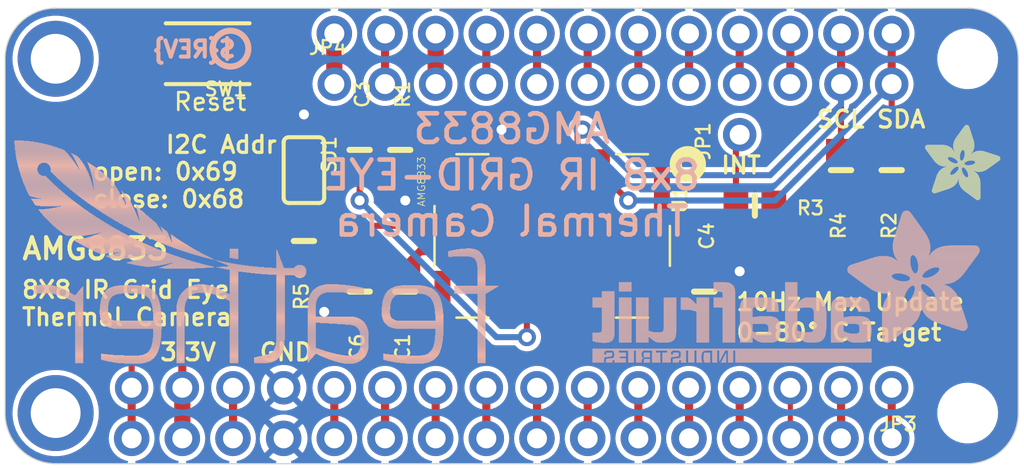
<source format=kicad_pcb>
(kicad_pcb (version 20221018) (generator pcbnew)
  (layers (0 "F.Cu" signal) (31 "B.Cu" signal) (34 "B.Paste" user) (35 "F.Paste" user) (36 "B.SilkS" user "B.Silkscreen") (37 "F.SilkS" user "F.Silkscreen") (38 "B.Mask" user) (39 "F.Mask" user) (44 "Edge.Cuts" user))
  (net 0 "")
  (net 1 "GND")
  (net 2 "SCL")
  (net 3 "SDA")
  (net 4 "G")
  (net 5 "TX")
  (net 6 "RX")
  (net 7 "MISO")
  (net 8 "MOSI")
  (net 9 "SCK")
  (net 10 "F")
  (net 11 "E")
  (net 12 "D")
  (net 13 "C")
  (net 14 "B")
  (net 15 "A")
  (net 16 "AREF")
  (net 17 "VBAT")
  (net 18 "EN")
  (net 19 "USB")
  (net 20 "N")
  (net 21 "M")
  (net 22 "L")
  (net 23 "K")
  (net 24 "J")
  (net 25 "I")
  (net 26 "H")
  (net 27 "RESET")
  (net 28 "INT")
  (net 29 "N$2")
  (net 30 "AVDD-PC1")
  (net 31 "N$4")
  (net 32 "DVDD-PC1")
  (net 33 "VCC")
  (footprint "working:FEATHERWING" (layer "F.Cu") (at 123.1011 116.4336)
    (fp_text reference "MS1" hide)
    (fp_text value "FEATHERWING" hide)
    (fp_line (start 0 -20.32) (end 0 -2.54) (stroke (width 0.05)) (layer "Edge.Cuts"))
    (fp_line (start 2.54 0) (end 48.26 0) (stroke (width 0.05)) (layer "Edge.Cuts"))
    (fp_line (start 48.26 -22.86) (end 2.54 -22.86) (stroke (width 0.05)) (layer "Edge.Cuts"))
    (fp_line (start 50.8 -2.54) (end 50.8 -20.32) (stroke (width 0.05)) (layer "Edge.Cuts"))
    (fp_arc (start 0 -20.32) (mid 0.743949 -22.116051) (end 2.54 -22.86) (stroke (width 0.05)) (layer "Edge.Cuts"))
    (fp_arc (start 2.54 0) (mid 0.743949 -0.743949) (end 0 -2.54) (stroke (width 0.05)) (layer "Edge.Cuts"))
    (fp_arc (start 48.26 -22.86) (mid 50.056051 -22.116051) (end 50.8 -20.32) (stroke (width 0.05)) (layer "Edge.Cuts"))
    (fp_arc (start 50.8 -2.54) (mid 50.056051 -0.743949) (end 48.26 0) (stroke (width 0.05)) (layer "Edge.Cuts"))
    (pad "" np_thru_hole circle (at 48.26 -20.32) (size 2.54 2.54) (drill 2.54) (layers "*.Cu" "*.Mask"))
    (pad "" np_thru_hole circle (at 48.26 -2.54) (size 2.54 2.54) (drill 2.54) (layers "*.Cu" "*.Mask"))
    (pad "1" thru_hole circle (at 6.35 -1.27) (size 1.778 1.778) (drill 1) (layers "*.Cu" "*.Mask") (net 27 "RESET"))
    (pad "2" thru_hole circle (at 8.89 -1.27) (size 1.778 1.778) (drill 1) (layers "*.Cu" "*.Mask") (net 33 "VCC"))
    (pad "3" thru_hole circle (at 11.43 -1.27) (size 1.778 1.778) (drill 1) (layers "*.Cu" "*.Mask") (net 16 "AREF"))
    (pad "4" thru_hole circle (at 13.97 -1.27) (size 1.778 1.778) (drill 1) (layers "*.Cu" "*.Mask") (net 1 "GND"))
    (pad "5" thru_hole circle (at 16.51 -1.27) (size 1.778 1.778) (drill 1) (layers "*.Cu" "*.Mask") (net 15 "A"))
    (pad "6" thru_hole circle (at 19.05 -1.27) (size 1.778 1.778) (drill 1) (layers "*.Cu" "*.Mask") (net 14 "B"))
    (pad "7" thru_hole circle (at 21.59 -1.27) (size 1.778 1.778) (drill 1) (layers "*.Cu" "*.Mask") (net 13 "C"))
    (pad "8" thru_hole circle (at 24.13 -1.27) (size 1.778 1.778) (drill 1) (layers "*.Cu" "*.Mask") (net 12 "D"))
    (pad "9" thru_hole circle (at 26.67 -1.27) (size 1.778 1.778) (drill 1) (layers "*.Cu" "*.Mask") (net 11 "E"))
    (pad "10" thru_hole circle (at 29.21 -1.27) (size 1.778 1.778) (drill 1) (layers "*.Cu" "*.Mask") (net 10 "F"))
    (pad "11" thru_hole circle (at 31.75 -1.27) (size 1.778 1.778) (drill 1) (layers "*.Cu" "*.Mask") (net 9 "SCK"))
    (pad "12" thru_hole circle (at 34.29 -1.27) (size 1.778 1.778) (drill 1) (layers "*.Cu" "*.Mask") (net 8 "MOSI"))
    (pad "13" thru_hole circle (at 36.83 -1.27) (size 1.778 1.778) (drill 1) (layers "*.Cu" "*.Mask") (net 7 "MISO"))
    (pad "14" thru_hole circle (at 39.37 -1.27) (size 1.778 1.778) (drill 1) (layers "*.Cu" "*.Mask") (net 6 "RX"))
    (pad "15" thru_hole circle (at 41.91 -1.27) (size 1.778 1.778) (drill 1) (layers "*.Cu" "*.Mask") (net 5 "TX"))
    (pad "16" thru_hole circle (at 44.45 -1.27) (size 1.778 1.778) (drill 1) (layers "*.Cu" "*.Mask") (net 4 "G"))
    (pad "17" thru_hole circle (at 44.45 -21.59) (size 1.778 1.778) (drill 1) (layers "*.Cu" "*.Mask") (net 3 "SDA"))
    (pad "18" thru_hole circle (at 41.91 -21.59) (size 1.778 1.778) (drill 1) (layers "*.Cu" "*.Mask") (net 2 "SCL"))
    (pad "19" thru_hole circle (at 39.37 -21.59) (size 1.778 1.778) (drill 1) (layers "*.Cu" "*.Mask") (net 26 "H"))
    (pad "20" thru_hole circle (at 36.83 -21.59) (size 1.778 1.778) (drill 1) (layers "*.Cu" "*.Mask") (net 25 "I"))
    (pad "21" thru_hole circle (at 34.29 -21.59) (size 1.778 1.778) (drill 1) (layers "*.Cu" "*.Mask") (net 24 "J"))
    (pad "22" thru_hole circle (at 31.75 -21.59) (size 1.778 1.778) (drill 1) (layers "*.Cu" "*.Mask") (net 23 "K"))
    (pad "23" thru_hole circle (at 29.21 -21.59) (size 1.778 1.778) (drill 1) (layers "*.Cu" "*.Mask") (net 22 "L"))
    (pad "24" thru_hole circle (at 26.67 -21.59) (size 1.778 1.778) (drill 1) (layers "*.Cu" "*.Mask") (net 21 "M"))
    (pad "25" thru_hole circle (at 24.13 -21.59) (size 1.778 1.778) (drill 1) (layers "*.Cu" "*.Mask") (net 20 "N"))
    (pad "26" thru_hole circle (at 21.59 -21.59) (size 1.778 1.778) (drill 1) (layers "*.Cu" "*.Mask") (net 19 "USB"))
    (pad "27" thru_hole circle (at 19.05 -21.59) (size 1.778 1.778) (drill 1) (layers "*.Cu" "*.Mask") (net 18 "EN"))
    (pad "28" thru_hole circle (at 16.51 -21.59) (size 1.778 1.778) (drill 1) (layers "*.Cu" "*.Mask") (net 17 "VBAT"))
    (pad "P$1" thru_hole circle (at 2.54 -20.32) (size 3.81 3.81) (drill 2.5) (layers "*.Cu" "*.Mask"))
    (pad "P$2" thru_hole circle (at 2.54 -2.54) (size 3.81 3.81) (drill 2.5) (layers "*.Cu" "*.Mask"))
  )
  (footprint "working:0805-NO" (layer "F.Cu") (at 140.8811 100.6856 90)
    (fp_text reference "C3" (at 2.032 0.127 90) (layer "F.SilkS") (effects (font (size 0.692831 0.692831) (thickness 0.119969)) (justify left)))
    (fp_text value "1uF")
    (pad "1" smd rect (at -0.95 0 90) (size 1.24 1.5) (layers "F.Cu" "F.Paste" "F.Mask") (net 30 "AVDD-PC1"))
    (pad "2" smd rect (at 0.95 0 90) (size 1.24 1.5) (layers "F.Cu" "F.Paste" "F.Mask") (net 31 "N$4"))
  )
  (footprint "working:0805-NO" (layer "F.Cu") (at 138.0871 105.2576 -90)
    (fp_text reference "R5" (at 2.032 0.127 90) (layer "F.SilkS") (effects (font (size 0.692831 0.692831) (thickness 0.119969)) (justify right)))
    (fp_text value "10K")
    (pad "1" smd rect (at -0.95 0 270) (size 1.24 1.5) (layers "F.Cu" "F.Paste" "F.Mask") (net 29 "N$2"))
    (pad "2" smd rect (at 0.95 0 270) (size 1.24 1.5) (layers "F.Cu" "F.Paste" "F.Mask") (net 33 "VCC"))
  )
  (footprint "working:1X16_ROUND" (layer "F.Cu") (at 148.5011 112.6236 180)
    (fp_text reference "JP3" (at -20.3962 -1.8288) (layer "F.SilkS") (effects (font (size 0.692831 0.692831) (thickness 0.119969)) (justify right)))
    (fp_text value "")
    (pad "1" thru_hole circle (at -19.05 0 270) (size 1.6764 1.6764) (drill 1) (layers "*.Cu" "*.Mask") (net 4 "G"))
    (pad "2" thru_hole circle (at -16.51 0 270) (size 1.6764 1.6764) (drill 1) (layers "*.Cu" "*.Mask") (net 5 "TX"))
    (pad "3" thru_hole circle (at -13.97 0 270) (size 1.6764 1.6764) (drill 1) (layers "*.Cu" "*.Mask") (net 6 "RX"))
    (pad "4" thru_hole circle (at -11.43 0 270) (size 1.6764 1.6764) (drill 1) (layers "*.Cu" "*.Mask") (net 7 "MISO"))
    (pad "5" thru_hole circle (at -8.89 0 270) (size 1.6764 1.6764) (drill 1) (layers "*.Cu" "*.Mask") (net 8 "MOSI"))
    (pad "6" thru_hole circle (at -6.35 0 270) (size 1.6764 1.6764) (drill 1) (layers "*.Cu" "*.Mask") (net 9 "SCK"))
    (pad "7" thru_hole circle (at -3.81 0 270) (size 1.6764 1.6764) (drill 1) (layers "*.Cu" "*.Mask") (net 10 "F"))
    (pad "8" thru_hole circle (at -1.27 0 270) (size 1.6764 1.6764) (drill 1) (layers "*.Cu" "*.Mask") (net 11 "E"))
    (pad "9" thru_hole circle (at 1.27 0 270) (size 1.6764 1.6764) (drill 1) (layers "*.Cu" "*.Mask") (net 12 "D"))
    (pad "10" thru_hole circle (at 3.81 0 270) (size 1.6764 1.6764) (drill 1) (layers "*.Cu" "*.Mask") (net 13 "C"))
    (pad "11" thru_hole circle (at 6.35 0 270) (size 1.6764 1.6764) (drill 1) (layers "*.Cu" "*.Mask") (net 14 "B"))
    (pad "12" thru_hole circle (at 8.89 0 270) (size 1.6764 1.6764) (drill 1) (layers "*.Cu" "*.Mask") (net 15 "A"))
    (pad "13" thru_hole circle (at 11.43 0 270) (size 1.6764 1.6764) (drill 1) (layers "*.Cu" "*.Mask") (net 1 "GND"))
    (pad "14" thru_hole circle (at 13.97 0 270) (size 1.6764 1.6764) (drill 1) (layers "*.Cu" "*.Mask") (net 16 "AREF"))
    (pad "15" thru_hole circle (at 16.51 0 270) (size 1.6764 1.6764) (drill 1) (layers "*.Cu" "*.Mask") (net 33 "VCC"))
    (pad "16" thru_hole circle (at 19.05 0 270) (size 1.6764 1.6764) (drill 1) (layers "*.Cu" "*.Mask") (net 27 "RESET"))
  )
  (footprint "working:0805-NO" (layer "F.Cu") (at 160.6931 103.4796)
    (fp_text reference "R3" (at 2.032 0.127) (layer "F.SilkS") (effects (font (size 0.692831 0.692831) (thickness 0.119969)) (justify left)))
    (fp_text value "10K")
    (pad "1" smd rect (at -0.95 0) (size 1.24 1.5) (layers "F.Cu" "F.Paste" "F.Mask") (net 28 "INT"))
    (pad "2" smd rect (at 0.95 0) (size 1.24 1.5) (layers "F.Cu" "F.Paste" "F.Mask") (net 33 "VCC"))
  )
  (footprint "working:1X12_ROUND" (layer "F.Cu") (at 153.5811 97.3836)
    (fp_text reference "JP4" (at -15.3162 -1.8288) (layer "F.SilkS") (effects (font (size 0.692831 0.692831) (thickness 0.119969)) (justify left)))
    (fp_text value "")
    (pad "1" thru_hole circle (at -13.97 0 90) (size 1.6764 1.6764) (drill 1) (layers "*.Cu" "*.Mask") (net 17 "VBAT"))
    (pad "2" thru_hole circle (at -11.43 0 90) (size 1.6764 1.6764) (drill 1) (layers "*.Cu" "*.Mask") (net 18 "EN"))
    (pad "3" thru_hole circle (at -8.89 0 90) (size 1.6764 1.6764) (drill 1) (layers "*.Cu" "*.Mask") (net 19 "USB"))
    (pad "4" thru_hole circle (at -6.35 0 90) (size 1.6764 1.6764) (drill 1) (layers "*.Cu" "*.Mask") (net 20 "N"))
    (pad "5" thru_hole circle (at -3.81 0 90) (size 1.6764 1.6764) (drill 1) (layers "*.Cu" "*.Mask") (net 21 "M"))
    (pad "6" thru_hole circle (at -1.27 0 90) (size 1.6764 1.6764) (drill 1) (layers "*.Cu" "*.Mask") (net 22 "L"))
    (pad "7" thru_hole circle (at 1.27 0 90) (size 1.6764 1.6764) (drill 1) (layers "*.Cu" "*.Mask") (net 23 "K"))
    (pad "8" thru_hole circle (at 3.81 0 90) (size 1.6764 1.6764) (drill 1) (layers "*.Cu" "*.Mask") (net 24 "J"))
    (pad "9" thru_hole circle (at 6.35 0 90) (size 1.6764 1.6764) (drill 1) (layers "*.Cu" "*.Mask") (net 25 "I"))
    (pad "10" thru_hole circle (at 8.89 0 90) (size 1.6764 1.6764) (drill 1) (layers "*.Cu" "*.Mask") (net 26 "H"))
    (pad "11" thru_hole circle (at 11.43 0 90) (size 1.6764 1.6764) (drill 1) (layers "*.Cu" "*.Mask") (net 2 "SCL"))
    (pad "12" thru_hole circle (at 13.97 0 90) (size 1.6764 1.6764) (drill 1) (layers "*.Cu" "*.Mask") (net 3 "SDA"))
  )
  (footprint "working:ADAFRUIT_3.5MM" (layer "F.Cu") (at 169.2021 103.2256)
    (fp_text reference "U$14" hide)
    (fp_text value "" hide)
  )
  (footprint "working:SOLDERJUMPER_ARROW_NOPASTE" (layer "F.Cu") (at 138.0871 101.7016 -90)
    (fp_text reference "SJ1" (at -1.778 -1.27 90) (layer "F.SilkS") (effects (font (size 0.692831 0.692831) (thickness 0.119969)) (justify right)))
    (fp_text value "ADDR")
    (fp_poly (pts (xy 0.201021 0) (xy -0.560979 0.762) (xy -1.1684 0.762) (xy -1.1684 -0.762) (xy -0.560979 -0.762)) (fill solid) (layer "F.Cu"))
    (fp_poly (pts (xy 1.1684 0.762) (xy -0.186831 0.762) (xy 0.548892 0) (xy -0.186831 -0.762) (xy 1.1684 -0.762)) (fill solid) (layer "F.Cu"))
    (pad "1" smd roundrect (at -1.016 0 270) (size 0.762 1.524) (layers "F.Cu") (net 1 "GND"))
    (pad "2" smd roundrect (at 1.016 0 270) (size 0.762 1.524) (layers "F.Cu") (net 29 "N$2"))
  )
  (footprint "working:FIDUCIAL_1MM" (layer "F.Cu") (at 128.5471 98.3046)
    (fp_text reference "FID1" hide)
    (fp_text value "FIDUCIAL\"\"" hide)
    (pad "1" smd roundrect (at 0 0) (size 1 1) (layers "F.Cu" "F.Mask") (roundrect_rratio 0.5))
  )
  (footprint "working:0805-NO" (layer "F.Cu") (at 165.0111 101.7016 -90)
    (fp_text reference "R4" (at 2.032 0.127 90) (layer "F.SilkS") (effects (font (size 0.692831 0.692831) (thickness 0.119969)) (justify right)))
    (fp_text value "10K")
    (pad "1" smd rect (at -0.95 0 270) (size 1.24 1.5) (layers "F.Cu" "F.Paste" "F.Mask") (net 2 "SCL"))
    (pad "2" smd rect (at 0.95 0 270) (size 1.24 1.5) (layers "F.Cu" "F.Paste" "F.Mask") (net 33 "VCC"))
  )
  (footprint "working:0805-NO" (layer "F.Cu") (at 158.1531 107.7976 90)
    (fp_text reference "C4" (at 2.032 0.127 90) (layer "F.SilkS") (effects (font (size 0.692831 0.692831) (thickness 0.119969)) (justify left)))
    (fp_text value "2.2uF")
    (pad "1" smd rect (at -0.95 0 90) (size 1.24 1.5) (layers "F.Cu" "F.Paste" "F.Mask") (net 32 "DVDD-PC1"))
    (pad "2" smd rect (at 0.95 0 90) (size 1.24 1.5) (layers "F.Cu" "F.Paste" "F.Mask") (net 1 "GND"))
  )
  (footprint "working:0805-NO" (layer "F.Cu") (at 143.1671 107.7976 -90)
    (fp_text reference "C1" (at 2.032 0.127 90) (layer "F.SilkS") (effects (font (size 0.692831 0.692831) (thickness 0.119969)) (justify right)))
    (fp_text value "10uF")
    (pad "1" smd rect (at -0.95 0 270) (size 1.24 1.5) (layers "F.Cu" "F.Paste" "F.Mask") (net 33 "VCC"))
    (pad "2" smd rect (at 0.95 0 270) (size 1.24 1.5) (layers "F.Cu" "F.Paste" "F.Mask") (net 1 "GND"))
  )
  (footprint "working:FIDUCIAL_1MM" (layer "F.Cu") (at 172.6301 111.3806)
    (fp_text reference "FID2" hide)
    (fp_text value "FIDUCIAL\"\"" hide)
    (pad "1" smd roundrect (at 0 0) (size 1 1) (layers "F.Cu" "F.Mask") (roundrect_rratio 0.5))
  )
  (footprint "working:0805-NO" (layer "F.Cu") (at 142.9131 100.6856 90)
    (fp_text reference "R1" (at 2.032 0.127 90) (layer "F.SilkS") (effects (font (size 0.692831 0.692831) (thickness 0.119969)) (justify left)))
    (fp_text value "22 1%")
    (pad "1" smd rect (at -0.95 0 90) (size 1.24 1.5) (layers "F.Cu" "F.Paste" "F.Mask") (net 1 "GND"))
    (pad "2" smd rect (at 0.95 0 90) (size 1.24 1.5) (layers "F.Cu" "F.Paste" "F.Mask") (net 31 "N$4"))
  )
  (footprint "working:1X01_ROUND" (layer "F.Cu") (at 159.9311 99.9236 90)
    (fp_text reference "JP1" (at -1.3462 -1.8288 90) (layer "F.SilkS") (effects (font (size 0.692831 0.692831) (thickness 0.119969)) (justify left)))
    (fp_text value "")
    (pad "1" thru_hole circle (at 0 0 180) (size 1.6764 1.6764) (drill 1) (layers "*.Cu" "*.Mask") (net 28 "INT"))
  )
  (footprint "working:0805-NO" (layer "F.Cu") (at 140.8811 107.7976 -90)
    (fp_text reference "C6" (at 2.032 0.127 90) (layer "F.SilkS") (effects (font (size 0.692831 0.692831) (thickness 0.119969)) (justify right)))
    (fp_text value "0.1uF")
    (pad "1" smd rect (at -0.95 0 270) (size 1.24 1.5) (layers "F.Cu" "F.Paste" "F.Mask") (net 33 "VCC"))
    (pad "2" smd rect (at 0.95 0 270) (size 1.24 1.5) (layers "F.Cu" "F.Paste" "F.Mask") (net 1 "GND"))
  )
  (footprint "working:BTN_KMR2_4.6X2.8" (layer "F.Cu") (at 133.2611 95.8596 180)
    (fp_text reference "SW1" (at -2.032 -1.778) (layer "F.SilkS") (effects (font (size 0.692831 0.692831) (thickness 0.119969)) (justify right)))
    (fp_text value "")
    (pad "A" smd rect (at 2.05 -0.8 180) (size 0.9 1) (layers "F.Cu" "F.Paste" "F.Mask") (net 1 "GND"))
    (pad "A'" smd rect (at -2.05 -0.8 180) (size 0.9 1) (layers "F.Cu" "F.Paste" "F.Mask") (net 1 "GND"))
    (pad "B" smd rect (at 2.05 0.8 180) (size 0.9 1) (layers "F.Cu" "F.Paste" "F.Mask") (net 27 "RESET"))
    (pad "B'" smd rect (at -2.05 0.8 180) (size 0.9 1) (layers "F.Cu" "F.Paste" "F.Mask") (net 27 "RESET"))
  )
  (footprint "working:0805-NO" (layer "F.Cu") (at 167.5511 101.7016 -90)
    (fp_text reference "R2" (at 2.032 0.127 90) (layer "F.SilkS") (effects (font (size 0.692831 0.692831) (thickness 0.119969)) (justify right)))
    (fp_text value "10K")
    (pad "1" smd rect (at -0.95 0 270) (size 1.24 1.5) (layers "F.Cu" "F.Paste" "F.Mask") (net 3 "SDA"))
    (pad "2" smd rect (at 0.95 0 270) (size 1.24 1.5) (layers "F.Cu" "F.Paste" "F.Mask") (net 33 "VCC"))
  )
  (footprint "working:AMG8833" (layer "F.Cu") (at 150.5331 105.0036 180)
    (fp_text reference "U1" (at -6.4 2.6 90) (layer "F.SilkS") (effects (font (size 0.692831 0.692831) (thickness 0.119969)) (justify right)))
    (fp_text value "AMG8833" (at 6.554 4.013 90) (layer "F.SilkS") (effects (font (size 0.369824 0.369824) (thickness 0.036576)) (justify right)))
    (pad "1" smd rect (at -5.5 2.55 270) (size 3.6 0.8) (layers "F.Cu" "F.Paste" "F.Mask"))
    (pad "2" smd rect (at -2.54 3.05 270) (size 2.6 0.7) (layers "F.Cu" "F.Paste" "F.Mask") (net 3 "SDA"))
    (pad "3" smd rect (at -1.27 3.05 270) (size 2.6 0.7) (layers "F.Cu" "F.Paste" "F.Mask") (net 2 "SCL"))
    (pad "4" smd rect (at 0 3.05 270) (size 2.6 0.7) (layers "F.Cu" "F.Paste" "F.Mask") (net 28 "INT"))
    (pad "5" smd rect (at 1.27 3.05 270) (size 2.6 0.7) (layers "F.Cu" "F.Paste" "F.Mask") (net 29 "N$2"))
    (pad "6" smd rect (at 2.54 3.05 270) (size 2.6 0.7) (layers "F.Cu" "F.Paste" "F.Mask") (net 1 "GND"))
    (pad "7" smd rect (at 5.5 3.05 270) (size 2.6 0.8) (layers "F.Cu" "F.Paste" "F.Mask"))
    (pad "8" smd rect (at 5.5 -3.05 270) (size 2.6 0.8) (layers "F.Cu" "F.Paste" "F.Mask"))
    (pad "9" smd rect (at 2.54 -3.05 270) (size 2.6 0.7) (layers "F.Cu" "F.Paste" "F.Mask") (net 33 "VCC"))
    (pad "10" smd rect (at 1.27 -3.05 270) (size 2.6 0.7) (layers "F.Cu" "F.Paste" "F.Mask") (net 30 "AVDD-PC1"))
    (pad "11" smd rect (at 0 -3.05 270) (size 2.6 0.7) (layers "F.Cu" "F.Paste" "F.Mask"))
    (pad "12" smd rect (at -1.27 -3.05 270) (size 2.6 0.7) (layers "F.Cu" "F.Paste" "F.Mask") (net 32 "DVDD-PC1"))
    (pad "13" smd rect (at -2.54 -3.05 270) (size 2.6 0.7) (layers "F.Cu" "F.Paste" "F.Mask") (net 33 "VCC"))
    (pad "14" smd rect (at -5.5 -3.05 270) (size 2.6 0.8) (layers "F.Cu" "F.Paste" "F.Mask"))
  )
  (footprint "working:FEATHERLOGO" (layer "B.Cu") (at 147.8661 111.4806 180)
    (fp_text reference "U$15" hide)
    (fp_text value "" hide)
  )
  (footprint "working:PCBFEAT-REV-040" (layer "B.Cu") (at 134.4041 95.6056 180)
    (fp_text reference "U$16" hide)
    (fp_text value "" hide)
    (fp_text user "${REV}" (at -0.3556 -0.508) (layer "B.SilkS") (effects (font (size 0.8128 0.8128) (thickness 0.2032)) (justify left bottom mirror)))
  )
  (footprint "working:ADAFRUIT_TEXT_20MM" (layer "B.Cu") (at 172.1231 111.3536 180)
    (fp_text reference "U$2" hide)
    (fp_text value "" hide)
  )
  (gr_line (start 123.1011 113.8936) (end 123.1011 96.1136) (stroke (width 0.05)) (layer "Edge.Cuts"))
  (gr_arc (start 171.3611 93.5736) (mid 173.157151 94.317549) (end 173.9011 96.1136) (stroke (width 0.05)) (layer "Edge.Cuts"))
  (gr_arc (start 125.6411 116.4336) (mid 123.845049 115.689651) (end 123.1011 113.8936) (stroke (width 0.05)) (layer "Edge.Cuts"))
  (gr_arc (start 123.1011 96.1136) (mid 123.845049 94.317549) (end 125.6411 93.5736) (stroke (width 0.05)) (layer "Edge.Cuts"))
  (gr_line (start 171.3611 116.4336) (end 125.6411 116.4336) (stroke (width 0.05)) (layer "Edge.Cuts"))
  (gr_line (start 173.9011 96.1136) (end 173.9011 113.8936) (stroke (width 0.05)) (layer "Edge.Cuts"))
  (gr_arc (start 173.9011 113.8936) (mid 173.157151 115.689651) (end 171.3611 116.4336) (stroke (width 0.05)) (layer "Edge.Cuts"))
  (gr_text "AMG8833\n8x8 IR GRID-EYE\nThermal Camera" (at 148.5011 101.9556) (layer "B.SilkS") (effects (font (size 1.441704 1.441704) (thickness 0.234696)) (justify mirror)))
  (gr_text "8X8 IR Grid Eye\nThermal Camera" (at 123.8631 109.5756) (layer "F.SilkS") (effects (font (size 0.85344 0.85344) (thickness 0.16256)) (justify left bottom)))
  (gr_text "INT" (at 158.9151 101.9556) (layer "F.SilkS") (effects (font (size 0.85344 0.85344) (thickness 0.16256)) (justify left bottom)))
  (gr_text "GND" (at 138.5951 110.3376) (layer "F.SilkS") (effects (font (size 0.85344 0.85344) (thickness 0.16256)) (justify right top)))
  (gr_text "3.3V" (at 133.7691 110.3376) (layer "F.SilkS") (effects (font (size 0.85344 0.85344) (thickness 0.16256)) (justify right top)))
  (gr_text "10Hz Max Update" (at 159.6771 108.8136) (layer "F.SilkS") (effects (font (size 0.85344 0.85344) (thickness 0.16256)) (justify left bottom)))
  (gr_text "SDA" (at 169.3291 98.6536) (layer "F.SilkS") (effects (font (size 0.85344 0.85344) (thickness 0.16256)) (justify right top)))
  (gr_text "Reset" (at 133.3881 98.2726) (layer "F.SilkS") (effects (font (size 0.88392 0.88392) (thickness 0.13208))))
  (gr_text "SCL" (at 166.2811 98.6536) (layer "F.SilkS") (effects (font (size 0.85344 0.85344) (thickness 0.16256)) (justify right top)))
  (gr_text "0-80° C Target" (at 159.6771 110.3376) (layer "F.SilkS") (effects (font (size 0.85344 0.85344) (thickness 0.16256)) (justify left bottom)))
  (gr_text "AMG8833" (at 123.8631 106.2736) (layer "F.SilkS") (effects (font (size 1.0668 1.0668) (thickness 0.2032)) (justify left bottom)))
  (gr_text "open: 0x69\nclose: 0x68" (at 127.4191 102.4636) (layer "F.SilkS") (effects (font (size 0.85344 0.85344) (thickness 0.16256)) (justify left)))
  (gr_text "I2C Addr" (at 136.8171 99.9236) (layer "F.SilkS") (effects (font (size 0.85344 0.85344) (thickness 0.16256)) (justify right top)))
  (segment (start 159.8651 106.8476) (end 159.9311 106.7816) (width 0.3048) (layer "F.Cu") (net 1))
  (segment (start 142.9131 102.9716) (end 143.1671 103.2256) (width 0.3048) (layer "F.Cu") (net 1))
  (segment (start 142.9131 101.6356) (end 142.9131 102.9716) (width 0.3048) (layer "F.Cu") (net 1))
  (segment (start 139.1031 108.8136) (end 140.8151 108.8136) (width 0.3048) (layer "F.Cu") (net 1))
  (segment (start 140.8811 108.7476) (end 143.1671 108.7476) (width 0.3048) (layer "F.Cu") (net 1))
  (segment (start 147.9931 101.9536) (end 147.9931 99.6696) (width 0.3048) (layer "F.Cu") (net 1))
  (segment (start 135.8391 96.6596) (end 138.0871 98.9076) (width 0.3048) (layer "F.Cu") (net 1))
  (segment (start 158.1531 106.8476) (end 159.8651 106.8476) (width 0.3048) (layer "F.Cu") (net 1))
  (segment (start 140.8151 108.8136) (end 140.8811 108.7476) (width 0.3048) (layer "F.Cu") (net 1))
  (segment (start 131.2111 96.6596) (end 135.3111 96.6596) (width 0.254) (layer "F.Cu") (net 1))
  (segment (start 138.0871 98.9076) (end 138.0871 100.6856) (width 0.3048) (layer "F.Cu") (net 1))
  (segment (start 135.3111 96.6596) (end 135.8391 96.6596) (width 0.3048) (layer "F.Cu") (net 1))
  (via (at 139.1031 108.8136) (size 0.9064) (drill 0.5) (layers "F.Cu" "B.Cu") (net 1))
  (via (at 143.1671 103.2256) (size 0.9064) (drill 0.5) (layers "F.Cu" "B.Cu") (net 1))
  (via (at 138.0871 98.9076) (size 0.9064) (drill 0.5) (layers "F.Cu" "B.Cu") (net 1))
  (via (at 159.9311 106.7816) (size 0.9064) (drill 0.5) (layers "F.Cu" "B.Cu") (net 1))
  (via (at 147.9931 99.6696) (size 0.9064) (drill 0.5) (layers "F.Cu" "B.Cu") (net 1))
  (segment (start 165.0111 97.3836) (end 165.0111 94.8436) (width 0.4064) (layer "F.Cu") (net 2))
  (segment (start 151.8031 99.9236) (end 152.0571 99.6696) (width 0.3048) (layer "F.Cu") (net 2))
  (segment (start 151.8031 101.9536) (end 151.8031 99.9236) (width 0.3048) (layer "F.Cu") (net 2))
  (segment (start 165.0111 100.7516) (end 165.0111 97.3836) (width 0.3048) (layer "F.Cu") (net 2))
  (via (at 152.0571 99.6696) (size 0.9064) (drill 0.5) (layers "F.Cu" "B.Cu") (net 2))
  (segment (start 161.4551 101.9556) (end 154.5971 101.9556) (width 0.3048) (layer "B.Cu") (net 2))
  (segment (start 152.3111 99.6696) (end 152.0571 99.6696) (width 0.3048) (layer "B.Cu") (net 2))
  (segment (start 165.0111 96.6216) (end 165.0111 97.3836) (width 0.254) (layer "B.Cu") (net 2))
  (segment (start 154.5971 101.9556) (end 152.3111 99.6696) (width 0.3048) (layer "B.Cu") (net 2))
  (segment (start 161.4551 101.9556) (end 165.0111 98.3996) (width 0.3048) (layer "B.Cu") (net 2))
  (segment (start 165.0111 98.3996) (end 165.0111 97.3836) (width 0.3048) (layer "B.Cu") (net 2))
  (segment (start 154.3431 103.2236) (end 154.3431 103.2256) (width 0.3048) (layer "F.Cu") (net 3))
  (segment (start 167.5511 97.3836) (end 167.5511 94.8436) (width 0.4064) (layer "F.Cu") (net 3))
  (segment (start 153.0731 101.9536) (end 154.3431 103.2236) (width 0.3048) (layer "F.Cu") (net 3))
  (segment (start 167.5511 97.3836) (end 167.5511 100.7516) (width 0.3048) (layer "F.Cu") (net 3))
  (via (at 154.3431 103.2256) (size 0.9064) (drill 0.5) (layers "F.Cu" "B.Cu") (net 3))
  (segment (start 154.3431 103.2256) (end 161.7091 103.2256) (width 0.3048) (layer "B.Cu") (net 3))
  (segment (start 161.7091 103.2256) (end 167.5511 97.3836) (width 0.3048) (layer "B.Cu") (net 3))
  (segment (start 167.5511 112.6236) (end 167.5511 115.1636) (width 0.4064) (layer "F.Cu") (net 4))
  (segment (start 165.0111 112.6236) (end 165.0111 115.1636) (width 0.4064) (layer "F.Cu") (net 5))
  (segment (start 162.4711 112.6236) (end 162.4711 115.1636) (width 0.254) (layer "F.Cu") (net 6))
  (segment (start 159.9311 112.6236) (end 159.9311 115.1636) (width 0.4064) (layer "F.Cu") (net 7))
  (segment (start 157.3911 112.6236) (end 157.3911 115.1636) (width 0.4064) (layer "F.Cu") (net 8))
  (segment (start 154.8511 112.6236) (end 154.8511 115.1636) (width 0.4064) (layer "F.Cu") (net 9))
  (segment (start 152.3111 112.6236) (end 152.3111 115.1636) (width 0.4064) (layer "F.Cu") (net 10))
  (segment (start 149.7711 112.6236) (end 149.7711 115.1636) (width 0.4064) (layer "F.Cu") (net 11))
  (segment (start 147.2311 112.6236) (end 147.2311 115.1636) (width 0.4064) (layer "F.Cu") (net 12))
  (segment (start 144.6911 112.6236) (end 144.6911 115.1636) (width 0.4064) (layer "F.Cu") (net 13))
  (segment (start 142.1511 112.6236) (end 142.1511 115.1636) (width 0.4064) (layer "F.Cu") (net 14))
  (segment (start 139.6111 115.1636) (end 139.6111 112.6236) (width 0.4064) (layer "F.Cu") (net 15))
  (segment (start 134.5311 112.6236) (end 134.5311 115.1636) (width 0.4064) (layer "F.Cu") (net 16))
  (segment (start 139.6111 97.3836) (end 139.6111 94.8436) (width 0.8128) (layer "F.Cu") (net 17))
  (segment (start 142.1511 97.3836) (end 142.1511 94.8436) (width 0.4064) (layer "F.Cu") (net 18))
  (segment (start 144.6911 97.3836) (end 144.6911 94.8436) (width 0.8128) (layer "F.Cu") (net 19))
  (segment (start 147.2311 97.3836) (end 147.2311 94.8436) (width 0.4064) (layer "F.Cu") (net 20))
  (segment (start 149.7711 97.3836) (end 149.7711 94.8436) (width 0.4064) (layer "F.Cu") (net 21))
  (segment (start 152.3111 97.3836) (end 152.3111 94.8436) (width 0.4064) (layer "F.Cu") (net 22))
  (segment (start 154.8511 97.3836) (end 154.8511 94.8436) (width 0.4064) (layer "F.Cu") (net 23))
  (segment (start 157.3911 97.3836) (end 157.3911 94.8436) (width 0.4064) (layer "F.Cu") (net 24))
  (segment (start 159.9311 97.3836) (end 159.9311 94.8436) (width 0.4064) (layer "F.Cu") (net 25))
  (segment (start 162.4711 97.3836) (end 162.4711 94.8436) (width 0.4064) (layer "F.Cu") (net 26))
  (segment (start 129.4511 112.6236) (end 129.4511 115.1636) (width 0.4064) (layer "F.Cu") (net 27))
  (segment (start 129.4511 100.4316) (end 130.2131 99.6696) (width 0.3048) (layer "F.Cu") (net 27))
  (segment (start 129.4511 112.6236) (end 129.4511 100.4316) (width 0.3048) (layer "F.Cu") (net 27))
  (segment (start 135.3111 95.0596) (end 131.2111 95.0596) (width 0.254) (layer "F.Cu") (net 27))
  (segment (start 131.1731 95.0976) (end 131.2111 95.0596) (width 0.3048) (layer "F.Cu") (net 27))
  (segment (start 130.4671 95.0976) (end 131.1731 95.0976) (width 0.3048) (layer "F.Cu") (net 27))
  (segment (start 130.2131 95.3516) (end 130.4671 95.0976) (width 0.3048) (layer "F.Cu") (net 27))
  (segment (start 130.2131 99.6696) (end 130.2131 95.3516) (width 0.3048) (layer "F.Cu") (net 27))
  (segment (start 159.7431 100.1116) (end 159.9311 99.9236) (width 0.3048) (layer "F.Cu") (net 28))
  (segment (start 159.7431 103.4796) (end 159.7431 100.1116) (width 0.3048) (layer "F.Cu") (net 28))
  (segment (start 150.5331 104.2416) (end 151.2951 105.0036) (width 0.3048) (layer "F.Cu") (net 28))
  (segment (start 158.2191 105.0036) (end 159.7431 103.4796) (width 0.3048) (layer "F.Cu") (net 28))
  (segment (start 150.5331 101.9536) (end 150.5331 104.2416) (width 0.3048) (layer "F.Cu") (net 28))
  (segment (start 151.2951 105.0036) (end 158.2191 105.0036) (width 0.3048) (layer "F.Cu") (net 28))
  (segment (start 148.5011 104.4956) (end 138.2751 104.4956) (width 0.3048) (layer "F.Cu") (net 29))
  (segment (start 138.2751 104.4956) (end 138.0871 104.3076) (width 0.3048) (layer "F.Cu") (net 29))
  (segment (start 149.2631 103.7336) (end 148.5011 104.4956) (width 0.3048) (layer "F.Cu") (net 29))
  (segment (start 149.2631 101.9536) (end 149.2631 103.7336) (width 0.3048) (layer "F.Cu") (net 29))
  (segment (start 138.0871 102.7176) (end 138.0871 104.3076) (width 0.4064) (layer "F.Cu") (net 29))
  (segment (start 149.2631 108.0536) (end 149.2631 110.0836) (width 0.3048) (layer "F.Cu") (net 30))
  (segment (start 140.8811 103.2256) (end 140.8811 101.6356) (width 0.3048) (layer "F.Cu") (net 30))
  (via (at 140.8811 103.2256) (size 0.9064) (drill 0.5) (layers "F.Cu" "B.Cu") (net 30))
  (via (at 149.2631 110.0836) (size 0.9064) (drill 0.5) (layers "F.Cu" "B.Cu") (net 30))
  (segment (start 149.2631 110.0836) (end 147.7391 110.0836) (width 0.3048) (layer "B.Cu") (net 30))
  (segment (start 147.7391 110.0836) (end 140.8811 103.2256) (width 0.3048) (layer "B.Cu") (net 30))
  (segment (start 140.8811 99.7356) (end 142.9131 99.7356) (width 0.4064) (layer "F.Cu") (net 31))
  (segment (start 152.5651 110.3376) (end 156.5631 110.3376) (width 0.3048) (layer "F.Cu") (net 32))
  (segment (start 151.8031 109.5756) (end 152.5651 110.3376) (width 0.3048) (layer "F.Cu") (net 32))
  (segment (start 156.5631 110.3376) (end 158.1531 108.7476) (width 0.3048) (layer "F.Cu") (net 32))
  (segment (start 151.8031 108.0536) (end 151.8031 109.5756) (width 0.3048) (layer "F.Cu") (net 32))
  (segment (start 140.8811 106.8476) (end 143.1671 106.8476) (width 0.4064) (layer "F.Cu") (net 33))
  (segment (start 143.1671 106.8476) (end 143.1671 106.5276) (width 0.4064) (layer "F.Cu") (net 33))
  (segment (start 138.0211 106.2736) (end 138.0871 106.2076) (width 0.4064) (layer "F.Cu") (net 33))
  (segment (start 161.6431 103.4796) (end 164.1831 103.4796) (width 0.4064) (layer "F.Cu") (net 33))
  (segment (start 153.0731 108.0536) (end 153.3271 107.7996) (width 0.4064) (layer "F.Cu") (net 33))
  (segment (start 147.9931 108.0536) (end 147.9931 105.7656) (width 0.4064) (layer "F.Cu") (net 33))
  (segment (start 131.9911 110.5916) (end 136.3091 106.2736) (width 0.4064) (layer "F.Cu") (net 33))
  (segment (start 159.9311 105.7656) (end 161.7091 103.9876) (width 0.4064) (layer "F.Cu") (net 33))
  (segment (start 165.0111 102.6516) (end 167.5511 102.6516) (width 0.4064) (layer "F.Cu") (net 33))
  (segment (start 164.1831 103.4796) (end 165.0111 102.6516) (width 0.4064) (layer "F.Cu") (net 33))
  (segment (start 143.1671 106.5276) (end 143.9291 105.7656) (width 0.4064) (layer "F.Cu") (net 33))
  (segment (start 131.9911 115.1636) (end 131.9911 112.6236) (width 0.8128) (layer "F.Cu") (net 33))
  (segment (start 138.6611 106.7816) (end 138.0871 106.2076) (width 0.4064) (layer "F.Cu") (net 33))
  (segment (start 140.8151 106.7816) (end 140.8811 106.8476) (width 0.4064) (layer "F.Cu") (net 33))
  (segment (start 136.3091 106.2736) (end 138.0211 106.2736) (width 0.4064) (layer "F.Cu") (net 33))
  (segment (start 153.3271 105.7656) (end 159.9311 105.7656) (width 0.4064) (layer "F.Cu") (net 33))
  (segment (start 147.9931 105.7656) (end 153.3271 105.7656) (width 0.4064) (layer "F.Cu") (net 33))
  (segment (start 143.9291 105.7656) (end 147.9931 105.7656) (width 0.4064) (layer "F.Cu") (net 33))
  (segment (start 131.9911 112.6236) (end 131.9911 110.5916) (width 0.4064) (layer "F.Cu") (net 33))
  (segment (start 153.3271 107.7996) (end 153.3271 105.7656) (width 0.4064) (layer "F.Cu") (net 33))
  (segment (start 140.8151 106.7816) (end 138.6611 106.7816) (width 0.4064) (layer "F.Cu") (net 33))
  (segment (start 161.7091 103.2916) (end 161.6431 103.4796) (width 0.4064) (layer "F.Cu") (net 33))
  (segment (start 161.7091 103.9876) (end 161.7091 103.2916) (width 0.4064) (layer "F.Cu") (net 33))
  (zone (net 1) (net_name "GND") (layer "B.Cu") (priority 6) (connect_pads (clearance 0.254)) (min_thickness 0.127) (fill yes (thermal_gap 0.304) (thermal_bridge_width 0.304))
    (polygon (pts (xy 174.1951 116.5606) (xy 122.9741 116.5606) (xy 122.9741 93.419231) (xy 174.1951 93.163966)))
  )
)
</source>
